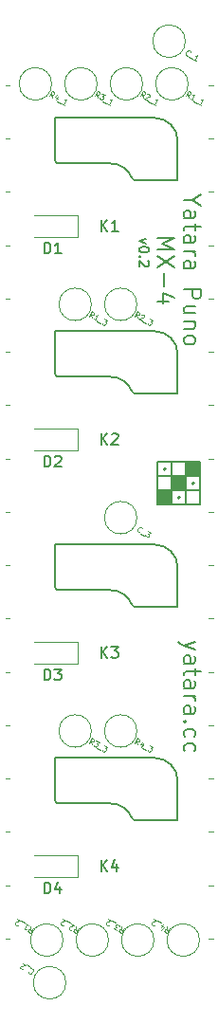
<source format=gto>
%TF.GenerationSoftware,KiCad,Pcbnew,5.0.0+dfsg1-2*%
%TF.CreationDate,2019-02-10T19:26:03+01:00*%
%TF.ProjectId,yatara-puno-mx-4,7961746172612D70756E6F2D6D782D34,0.2*%
%TF.SameCoordinates,Original*%
%TF.FileFunction,Legend,Top*%
%TF.FilePolarity,Positive*%
%FSLAX46Y46*%
G04 Gerber Fmt 4.6, Leading zero omitted, Abs format (unit mm)*
G04 Created by KiCad (PCBNEW 5.0.0+dfsg1-2) date Sun Feb 10 19:26:03 2019*
%MOMM*%
%LPD*%
G01*
G04 APERTURE LIST*
%ADD10C,0.100000*%
%ADD11C,0.200000*%
%ADD12C,0.150000*%
%ADD13C,0.120000*%
%ADD14C,0.125000*%
G04 APERTURE END LIST*
D10*
X83250000Y-33525000D02*
X82890000Y-33525000D01*
X83250000Y-38287500D02*
X82890000Y-38287500D01*
X83250000Y-43050000D02*
X82890000Y-43050000D01*
X83250000Y-47812500D02*
X82890000Y-47812500D01*
X83250000Y-52575000D02*
X82890000Y-52575000D01*
X83250000Y-57337500D02*
X82890000Y-57337500D01*
X83250000Y-62100000D02*
X82890000Y-62100000D01*
X83250000Y-66862500D02*
X82890000Y-66862500D01*
X83250000Y-71625000D02*
X82890000Y-71625000D01*
X83250000Y-76387500D02*
X82890000Y-76387500D01*
X83250000Y-81150000D02*
X82890000Y-81150000D01*
X83250000Y-85912500D02*
X82890000Y-85912500D01*
X83250000Y-90675000D02*
X82890000Y-90675000D01*
X83250000Y-95437500D02*
X82890000Y-95437500D01*
X83250000Y-100200000D02*
X82890000Y-100200000D01*
X83250000Y-104962500D02*
X82890000Y-104962500D01*
X83250000Y-109725000D02*
X82890000Y-109725000D01*
X64750000Y-33525000D02*
X65110000Y-33525000D01*
X64750000Y-38287500D02*
X65110000Y-38287500D01*
X64750000Y-43050000D02*
X65110000Y-43050000D01*
X64750000Y-47812500D02*
X65110000Y-47812500D01*
X64750000Y-52575000D02*
X65110000Y-52575000D01*
X64750000Y-57337500D02*
X65110000Y-57337500D01*
X64750000Y-62100000D02*
X65110000Y-62100000D01*
X64750000Y-66862500D02*
X65110000Y-66862500D01*
X64750000Y-71625000D02*
X65110000Y-71625000D01*
X64750000Y-76387500D02*
X65110000Y-76387500D01*
X64750000Y-81150000D02*
X65110000Y-81150000D01*
X64750000Y-85912500D02*
X65110000Y-85912500D01*
X64750000Y-90675000D02*
X65110000Y-90675000D01*
X64750000Y-95437500D02*
X65110000Y-95437500D01*
X64750000Y-100200000D02*
X65110000Y-100200000D01*
X64750000Y-104962500D02*
X65110000Y-104962500D01*
X64750000Y-109725000D02*
X65110000Y-109725000D01*
D11*
X78274428Y-47177857D02*
X79774428Y-47177857D01*
X78703000Y-47677857D01*
X79774428Y-48177857D01*
X78274428Y-48177857D01*
X79774428Y-48749285D02*
X78274428Y-49749285D01*
X79774428Y-49749285D02*
X78274428Y-48749285D01*
X78845857Y-50320714D02*
X78845857Y-51463571D01*
X79274428Y-52820714D02*
X78274428Y-52820714D01*
X79845857Y-52463571D02*
X78774428Y-52106428D01*
X78774428Y-53035000D01*
X81687428Y-83206428D02*
X80687428Y-83563571D01*
X81687428Y-83920714D02*
X80687428Y-83563571D01*
X80330285Y-83420714D01*
X80258857Y-83349285D01*
X80187428Y-83206428D01*
X80687428Y-85135000D02*
X81473142Y-85135000D01*
X81616000Y-85063571D01*
X81687428Y-84920714D01*
X81687428Y-84635000D01*
X81616000Y-84492142D01*
X80758857Y-85135000D02*
X80687428Y-84992142D01*
X80687428Y-84635000D01*
X80758857Y-84492142D01*
X80901714Y-84420714D01*
X81044571Y-84420714D01*
X81187428Y-84492142D01*
X81258857Y-84635000D01*
X81258857Y-84992142D01*
X81330285Y-85135000D01*
X81687428Y-85635000D02*
X81687428Y-86206428D01*
X82187428Y-85849285D02*
X80901714Y-85849285D01*
X80758857Y-85920714D01*
X80687428Y-86063571D01*
X80687428Y-86206428D01*
X80687428Y-87349285D02*
X81473142Y-87349285D01*
X81616000Y-87277857D01*
X81687428Y-87135000D01*
X81687428Y-86849285D01*
X81616000Y-86706428D01*
X80758857Y-87349285D02*
X80687428Y-87206428D01*
X80687428Y-86849285D01*
X80758857Y-86706428D01*
X80901714Y-86635000D01*
X81044571Y-86635000D01*
X81187428Y-86706428D01*
X81258857Y-86849285D01*
X81258857Y-87206428D01*
X81330285Y-87349285D01*
X80687428Y-88063571D02*
X81687428Y-88063571D01*
X81401714Y-88063571D02*
X81544571Y-88135000D01*
X81616000Y-88206428D01*
X81687428Y-88349285D01*
X81687428Y-88492142D01*
X80687428Y-89635000D02*
X81473142Y-89635000D01*
X81616000Y-89563571D01*
X81687428Y-89420714D01*
X81687428Y-89135000D01*
X81616000Y-88992142D01*
X80758857Y-89635000D02*
X80687428Y-89492142D01*
X80687428Y-89135000D01*
X80758857Y-88992142D01*
X80901714Y-88920714D01*
X81044571Y-88920714D01*
X81187428Y-88992142D01*
X81258857Y-89135000D01*
X81258857Y-89492142D01*
X81330285Y-89635000D01*
X80830285Y-90349285D02*
X80758857Y-90420714D01*
X80687428Y-90349285D01*
X80758857Y-90277857D01*
X80830285Y-90349285D01*
X80687428Y-90349285D01*
X80758857Y-91706428D02*
X80687428Y-91563571D01*
X80687428Y-91277857D01*
X80758857Y-91135000D01*
X80830285Y-91063571D01*
X80973142Y-90992142D01*
X81401714Y-90992142D01*
X81544571Y-91063571D01*
X81616000Y-91135000D01*
X81687428Y-91277857D01*
X81687428Y-91563571D01*
X81616000Y-91706428D01*
X80758857Y-92992142D02*
X80687428Y-92849285D01*
X80687428Y-92563571D01*
X80758857Y-92420714D01*
X80830285Y-92349285D01*
X80973142Y-92277857D01*
X81401714Y-92277857D01*
X81544571Y-92349285D01*
X81616000Y-92420714D01*
X81687428Y-92563571D01*
X81687428Y-92849285D01*
X81616000Y-92992142D01*
D12*
X77240857Y-47213071D02*
X76640857Y-47427357D01*
X77240857Y-47641642D01*
X77540857Y-48155928D02*
X77540857Y-48241642D01*
X77498000Y-48327357D01*
X77455142Y-48370214D01*
X77369428Y-48413071D01*
X77198000Y-48455928D01*
X76983714Y-48455928D01*
X76812285Y-48413071D01*
X76726571Y-48370214D01*
X76683714Y-48327357D01*
X76640857Y-48241642D01*
X76640857Y-48155928D01*
X76683714Y-48070214D01*
X76726571Y-48027357D01*
X76812285Y-47984500D01*
X76983714Y-47941642D01*
X77198000Y-47941642D01*
X77369428Y-47984500D01*
X77455142Y-48027357D01*
X77498000Y-48070214D01*
X77540857Y-48155928D01*
X76726571Y-48841642D02*
X76683714Y-48884500D01*
X76640857Y-48841642D01*
X76683714Y-48798785D01*
X76726571Y-48841642D01*
X76640857Y-48841642D01*
X77455142Y-49227357D02*
X77498000Y-49270214D01*
X77540857Y-49355928D01*
X77540857Y-49570214D01*
X77498000Y-49655928D01*
X77455142Y-49698785D01*
X77369428Y-49741642D01*
X77283714Y-49741642D01*
X77155142Y-49698785D01*
X76640857Y-49184500D01*
X76640857Y-49741642D01*
D11*
X81401714Y-43749285D02*
X80687428Y-43749285D01*
X82187428Y-43249285D02*
X81401714Y-43749285D01*
X82187428Y-44249285D01*
X80687428Y-45392142D02*
X81473142Y-45392142D01*
X81616000Y-45320714D01*
X81687428Y-45177857D01*
X81687428Y-44892142D01*
X81616000Y-44749285D01*
X80758857Y-45392142D02*
X80687428Y-45249285D01*
X80687428Y-44892142D01*
X80758857Y-44749285D01*
X80901714Y-44677857D01*
X81044571Y-44677857D01*
X81187428Y-44749285D01*
X81258857Y-44892142D01*
X81258857Y-45249285D01*
X81330285Y-45392142D01*
X81687428Y-45892142D02*
X81687428Y-46463571D01*
X82187428Y-46106428D02*
X80901714Y-46106428D01*
X80758857Y-46177857D01*
X80687428Y-46320714D01*
X80687428Y-46463571D01*
X80687428Y-47606428D02*
X81473142Y-47606428D01*
X81616000Y-47535000D01*
X81687428Y-47392142D01*
X81687428Y-47106428D01*
X81616000Y-46963571D01*
X80758857Y-47606428D02*
X80687428Y-47463571D01*
X80687428Y-47106428D01*
X80758857Y-46963571D01*
X80901714Y-46892142D01*
X81044571Y-46892142D01*
X81187428Y-46963571D01*
X81258857Y-47106428D01*
X81258857Y-47463571D01*
X81330285Y-47606428D01*
X80687428Y-48320714D02*
X81687428Y-48320714D01*
X81401714Y-48320714D02*
X81544571Y-48392142D01*
X81616000Y-48463571D01*
X81687428Y-48606428D01*
X81687428Y-48749285D01*
X80687428Y-49892142D02*
X81473142Y-49892142D01*
X81616000Y-49820714D01*
X81687428Y-49677857D01*
X81687428Y-49392142D01*
X81616000Y-49249285D01*
X80758857Y-49892142D02*
X80687428Y-49749285D01*
X80687428Y-49392142D01*
X80758857Y-49249285D01*
X80901714Y-49177857D01*
X81044571Y-49177857D01*
X81187428Y-49249285D01*
X81258857Y-49392142D01*
X81258857Y-49749285D01*
X81330285Y-49892142D01*
X80687428Y-51749285D02*
X82187428Y-51749285D01*
X82187428Y-52320714D01*
X82116000Y-52463571D01*
X82044571Y-52535000D01*
X81901714Y-52606428D01*
X81687428Y-52606428D01*
X81544571Y-52535000D01*
X81473142Y-52463571D01*
X81401714Y-52320714D01*
X81401714Y-51749285D01*
X81687428Y-53892142D02*
X80687428Y-53892142D01*
X81687428Y-53249285D02*
X80901714Y-53249285D01*
X80758857Y-53320714D01*
X80687428Y-53463571D01*
X80687428Y-53677857D01*
X80758857Y-53820714D01*
X80830285Y-53892142D01*
X81687428Y-54606428D02*
X80687428Y-54606428D01*
X81544571Y-54606428D02*
X81616000Y-54677857D01*
X81687428Y-54820714D01*
X81687428Y-55035000D01*
X81616000Y-55177857D01*
X81473142Y-55249285D01*
X80687428Y-55249285D01*
X80687428Y-56177857D02*
X80758857Y-56035000D01*
X80830285Y-55963571D01*
X80973142Y-55892142D01*
X81401714Y-55892142D01*
X81544571Y-55963571D01*
X81616000Y-56035000D01*
X81687428Y-56177857D01*
X81687428Y-56392142D01*
X81616000Y-56535000D01*
X81544571Y-56606428D01*
X81401714Y-56677857D01*
X80973142Y-56677857D01*
X80830285Y-56606428D01*
X80758857Y-56535000D01*
X80687428Y-56392142D01*
X80687428Y-56177857D01*
D13*
X71170000Y-47098000D02*
X67270000Y-47098000D01*
X71170000Y-45098000D02*
X67270000Y-45098000D01*
X71170000Y-47098000D02*
X71170000Y-45098000D01*
X71170000Y-66148000D02*
X67270000Y-66148000D01*
X71170000Y-64148000D02*
X67270000Y-64148000D01*
X71170000Y-66148000D02*
X71170000Y-64148000D01*
X71170000Y-85198000D02*
X67270000Y-85198000D01*
X71170000Y-83198000D02*
X67270000Y-83198000D01*
X71170000Y-85198000D02*
X71170000Y-83198000D01*
X71170000Y-104248000D02*
X67270000Y-104248000D01*
X71170000Y-102248000D02*
X67270000Y-102248000D01*
X71170000Y-104248000D02*
X71170000Y-102248000D01*
X72910000Y-33398000D02*
G75*
G03X72910000Y-33398000I-1450000J0D01*
G01*
X68846000Y-33398000D02*
G75*
G03X68846000Y-33398000I-1450000J0D01*
G01*
X81038000Y-33398000D02*
G75*
G03X81038000Y-33398000I-1450000J0D01*
G01*
X76974000Y-33398000D02*
G75*
G03X76974000Y-33398000I-1450000J0D01*
G01*
X76466000Y-91183000D02*
G75*
G03X76466000Y-91183000I-1450000J0D01*
G01*
D12*
X76048871Y-41871025D02*
G75*
G03X76286000Y-42034000I237129J91025D01*
G01*
X76024035Y-41813796D02*
G75*
G03X74127000Y-40510000I-1897035J-728204D01*
G01*
X69428000Y-40510000D02*
G75*
G02X69174000Y-40256000I0J254000D01*
G01*
X74127000Y-40510000D02*
X69428000Y-40510000D01*
X80096000Y-42034000D02*
X76286000Y-42034000D01*
X78064000Y-36446000D02*
G75*
G02X80096000Y-38478000I0J-2032000D01*
G01*
X80096000Y-42034000D02*
X80096000Y-38478000D01*
X69174000Y-36446000D02*
X69174000Y-40256000D01*
X78064000Y-36446000D02*
X69174000Y-36446000D01*
X78064000Y-93596000D02*
X69174000Y-93596000D01*
X69174000Y-93596000D02*
X69174000Y-97406000D01*
X80096000Y-99184000D02*
X80096000Y-95628000D01*
X78064000Y-93596000D02*
G75*
G02X80096000Y-95628000I0J-2032000D01*
G01*
X80096000Y-99184000D02*
X76286000Y-99184000D01*
X74127000Y-97660000D02*
X69428000Y-97660000D01*
X69428000Y-97660000D02*
G75*
G02X69174000Y-97406000I0J254000D01*
G01*
X76024035Y-98963796D02*
G75*
G03X74127000Y-97660000I-1897035J-728204D01*
G01*
X76048871Y-99021025D02*
G75*
G03X76286000Y-99184000I237129J91025D01*
G01*
X76048871Y-79971025D02*
G75*
G03X76286000Y-80134000I237129J91025D01*
G01*
X76024035Y-79913796D02*
G75*
G03X74127000Y-78610000I-1897035J-728204D01*
G01*
X69428000Y-78610000D02*
G75*
G02X69174000Y-78356000I0J254000D01*
G01*
X74127000Y-78610000D02*
X69428000Y-78610000D01*
X80096000Y-80134000D02*
X76286000Y-80134000D01*
X78064000Y-74546000D02*
G75*
G02X80096000Y-76578000I0J-2032000D01*
G01*
X80096000Y-80134000D02*
X80096000Y-76578000D01*
X69174000Y-74546000D02*
X69174000Y-78356000D01*
X78064000Y-74546000D02*
X69174000Y-74546000D01*
X78064000Y-55496000D02*
X69174000Y-55496000D01*
X69174000Y-55496000D02*
X69174000Y-59306000D01*
X80096000Y-61084000D02*
X80096000Y-57528000D01*
X78064000Y-55496000D02*
G75*
G02X80096000Y-57528000I0J-2032000D01*
G01*
X80096000Y-61084000D02*
X76286000Y-61084000D01*
X74127000Y-59560000D02*
X69428000Y-59560000D01*
X69428000Y-59560000D02*
G75*
G02X69174000Y-59306000I0J254000D01*
G01*
X76024035Y-60863796D02*
G75*
G03X74127000Y-59560000I-1897035J-728204D01*
G01*
X76048871Y-60921025D02*
G75*
G03X76286000Y-61084000I237129J91025D01*
G01*
D13*
X82052000Y-109852000D02*
G75*
G03X82052000Y-109852000I-1450000J0D01*
G01*
X77988000Y-109852000D02*
G75*
G03X77988000Y-109852000I-1450000J0D01*
G01*
X73926000Y-109852000D02*
G75*
G03X73926000Y-109852000I-1450000J0D01*
G01*
X69860000Y-109852000D02*
G75*
G03X69860000Y-109852000I-1450000J0D01*
G01*
X80784000Y-29588000D02*
G75*
G03X80784000Y-29588000I-1450000J0D01*
G01*
X70114000Y-113662000D02*
G75*
G03X70114000Y-113662000I-1450000J0D01*
G01*
X76466000Y-72133000D02*
G75*
G03X76466000Y-72133000I-1450000J0D01*
G01*
X72402000Y-53083000D02*
G75*
G03X72402000Y-53083000I-1450000J0D01*
G01*
X76466000Y-53083000D02*
G75*
G03X76466000Y-53083000I-1450000J0D01*
G01*
X72402000Y-91183000D02*
G75*
G03X72402000Y-91183000I-1450000J0D01*
G01*
D11*
X80323000Y-70355000D02*
G75*
G03X80323000Y-70355000I-100000J0D01*
G01*
X81593000Y-69085000D02*
G75*
G03X81593000Y-69085000I-100000J0D01*
G01*
X79053000Y-67815000D02*
G75*
G03X79053000Y-67815000I-100000J0D01*
G01*
D12*
X82128000Y-69720000D02*
X78318000Y-69720000D01*
X78318000Y-68450000D02*
X82128000Y-68450000D01*
X79588000Y-67180000D02*
X79588000Y-70990000D01*
X80858000Y-67180000D02*
X80858000Y-70990000D01*
X82128000Y-70990000D02*
X82128000Y-67180000D01*
X78318000Y-70990000D02*
X82128000Y-70990000D01*
X78318000Y-67180000D02*
X78318000Y-70990000D01*
X82128000Y-67180000D02*
X78318000Y-67180000D01*
G36*
X79588000Y-69720000D02*
X78318000Y-69720000D01*
X78318000Y-70990000D01*
X79588000Y-70990000D01*
X79588000Y-69720000D01*
G37*
X79588000Y-69720000D02*
X78318000Y-69720000D01*
X78318000Y-70990000D01*
X79588000Y-70990000D01*
X79588000Y-69720000D01*
G36*
X80858000Y-68450000D02*
X79588000Y-68450000D01*
X79588000Y-69720000D01*
X80858000Y-69720000D01*
X80858000Y-68450000D01*
G37*
X80858000Y-68450000D02*
X79588000Y-68450000D01*
X79588000Y-69720000D01*
X80858000Y-69720000D01*
X80858000Y-68450000D01*
G36*
X82128000Y-67180000D02*
X80858000Y-67180000D01*
X80858000Y-68450000D01*
X82128000Y-68450000D01*
X82128000Y-67180000D01*
G37*
X82128000Y-67180000D02*
X80858000Y-67180000D01*
X80858000Y-68450000D01*
X82128000Y-68450000D01*
X82128000Y-67180000D01*
X68181904Y-48550380D02*
X68181904Y-47550380D01*
X68420000Y-47550380D01*
X68562857Y-47598000D01*
X68658095Y-47693238D01*
X68705714Y-47788476D01*
X68753333Y-47978952D01*
X68753333Y-48121809D01*
X68705714Y-48312285D01*
X68658095Y-48407523D01*
X68562857Y-48502761D01*
X68420000Y-48550380D01*
X68181904Y-48550380D01*
X69705714Y-48550380D02*
X69134285Y-48550380D01*
X69420000Y-48550380D02*
X69420000Y-47550380D01*
X69324761Y-47693238D01*
X69229523Y-47788476D01*
X69134285Y-47836095D01*
X68181904Y-67600380D02*
X68181904Y-66600380D01*
X68420000Y-66600380D01*
X68562857Y-66648000D01*
X68658095Y-66743238D01*
X68705714Y-66838476D01*
X68753333Y-67028952D01*
X68753333Y-67171809D01*
X68705714Y-67362285D01*
X68658095Y-67457523D01*
X68562857Y-67552761D01*
X68420000Y-67600380D01*
X68181904Y-67600380D01*
X69134285Y-66695619D02*
X69181904Y-66648000D01*
X69277142Y-66600380D01*
X69515238Y-66600380D01*
X69610476Y-66648000D01*
X69658095Y-66695619D01*
X69705714Y-66790857D01*
X69705714Y-66886095D01*
X69658095Y-67028952D01*
X69086666Y-67600380D01*
X69705714Y-67600380D01*
X68181904Y-86650380D02*
X68181904Y-85650380D01*
X68420000Y-85650380D01*
X68562857Y-85698000D01*
X68658095Y-85793238D01*
X68705714Y-85888476D01*
X68753333Y-86078952D01*
X68753333Y-86221809D01*
X68705714Y-86412285D01*
X68658095Y-86507523D01*
X68562857Y-86602761D01*
X68420000Y-86650380D01*
X68181904Y-86650380D01*
X69086666Y-85650380D02*
X69705714Y-85650380D01*
X69372380Y-86031333D01*
X69515238Y-86031333D01*
X69610476Y-86078952D01*
X69658095Y-86126571D01*
X69705714Y-86221809D01*
X69705714Y-86459904D01*
X69658095Y-86555142D01*
X69610476Y-86602761D01*
X69515238Y-86650380D01*
X69229523Y-86650380D01*
X69134285Y-86602761D01*
X69086666Y-86555142D01*
X68181904Y-105700380D02*
X68181904Y-104700380D01*
X68420000Y-104700380D01*
X68562857Y-104748000D01*
X68658095Y-104843238D01*
X68705714Y-104938476D01*
X68753333Y-105128952D01*
X68753333Y-105271809D01*
X68705714Y-105462285D01*
X68658095Y-105557523D01*
X68562857Y-105652761D01*
X68420000Y-105700380D01*
X68181904Y-105700380D01*
X69610476Y-105033714D02*
X69610476Y-105700380D01*
X69372380Y-104652761D02*
X69134285Y-105367047D01*
X69753333Y-105367047D01*
D14*
X72935582Y-34607934D02*
X72910292Y-34318404D01*
X72688146Y-34465077D02*
X72938146Y-34032064D01*
X73103103Y-34127302D01*
X73132438Y-34171731D01*
X73141153Y-34204256D01*
X73137963Y-34257400D01*
X73102248Y-34319259D01*
X73057819Y-34348593D01*
X73025295Y-34357308D01*
X72972151Y-34354118D01*
X72807194Y-34258880D01*
X73329919Y-34258254D02*
X73597975Y-34413016D01*
X73358399Y-34494640D01*
X73420258Y-34530355D01*
X73449593Y-34574784D01*
X73458308Y-34607308D01*
X73455118Y-34660452D01*
X73395594Y-34763550D01*
X73351165Y-34792885D01*
X73318640Y-34801600D01*
X73265496Y-34798410D01*
X73141778Y-34726981D01*
X73112444Y-34682552D01*
X73103729Y-34650028D01*
X73406644Y-34934887D02*
X73736558Y-35125364D01*
X74090282Y-35274600D02*
X73842846Y-35131743D01*
X73966564Y-35203172D02*
X74216564Y-34770159D01*
X74139611Y-34808209D01*
X74074562Y-34825638D01*
X74021418Y-34822449D01*
X68871582Y-34607934D02*
X68846292Y-34318404D01*
X68624146Y-34465077D02*
X68874146Y-34032064D01*
X69039103Y-34127302D01*
X69068438Y-34171731D01*
X69077153Y-34204256D01*
X69073963Y-34257400D01*
X69038248Y-34319259D01*
X68993819Y-34348593D01*
X68961295Y-34357308D01*
X68908151Y-34354118D01*
X68743194Y-34258880D01*
X69409402Y-34533544D02*
X69242735Y-34822220D01*
X69401542Y-34309063D02*
X69119872Y-34558834D01*
X69387928Y-34713596D01*
X69342644Y-34934887D02*
X69672558Y-35125364D01*
X70026282Y-35274600D02*
X69778846Y-35131743D01*
X69902564Y-35203172D02*
X70152564Y-34770159D01*
X70075611Y-34808209D01*
X70010562Y-34825638D01*
X69957418Y-34822449D01*
X81063582Y-34607934D02*
X81038292Y-34318404D01*
X80816146Y-34465077D02*
X81066146Y-34032064D01*
X81231103Y-34127302D01*
X81260438Y-34171731D01*
X81269153Y-34204256D01*
X81265963Y-34257400D01*
X81230248Y-34319259D01*
X81185819Y-34348593D01*
X81153295Y-34357308D01*
X81100151Y-34354118D01*
X80935194Y-34258880D01*
X81475975Y-34846029D02*
X81228539Y-34703172D01*
X81352257Y-34774600D02*
X81602257Y-34341588D01*
X81525303Y-34379637D01*
X81460254Y-34397067D01*
X81407110Y-34393877D01*
X81534644Y-34934887D02*
X81864558Y-35125364D01*
X82218282Y-35274600D02*
X81970846Y-35131743D01*
X82094564Y-35203172D02*
X82344564Y-34770159D01*
X82267611Y-34808209D01*
X82202562Y-34825638D01*
X82149418Y-34822449D01*
X76999582Y-34607934D02*
X76974292Y-34318404D01*
X76752146Y-34465077D02*
X77002146Y-34032064D01*
X77167103Y-34127302D01*
X77196438Y-34171731D01*
X77205153Y-34204256D01*
X77201963Y-34257400D01*
X77166248Y-34319259D01*
X77121819Y-34348593D01*
X77089295Y-34357308D01*
X77036151Y-34354118D01*
X76871194Y-34258880D01*
X77390729Y-34311399D02*
X77423254Y-34302684D01*
X77476398Y-34305873D01*
X77579496Y-34365397D01*
X77608831Y-34409826D01*
X77617546Y-34442351D01*
X77614356Y-34495495D01*
X77590546Y-34536734D01*
X77534212Y-34586688D01*
X77143919Y-34691267D01*
X77411975Y-34846029D01*
X77470644Y-34934887D02*
X77800558Y-35125364D01*
X78154282Y-35274600D02*
X77906846Y-35131743D01*
X78030564Y-35203172D02*
X78280564Y-34770159D01*
X78203611Y-34808209D01*
X78138562Y-34825638D01*
X78085418Y-34822449D01*
X76491582Y-92392934D02*
X76466292Y-92103404D01*
X76244146Y-92250077D02*
X76494146Y-91817064D01*
X76659103Y-91912302D01*
X76688438Y-91956731D01*
X76697153Y-91989256D01*
X76693963Y-92042400D01*
X76658248Y-92104259D01*
X76613819Y-92133593D01*
X76581295Y-92142308D01*
X76528151Y-92139118D01*
X76363194Y-92043880D01*
X77029402Y-92318544D02*
X76862735Y-92607220D01*
X77021542Y-92094063D02*
X76739872Y-92343834D01*
X77007928Y-92498596D01*
X76962644Y-92719887D02*
X77292558Y-92910364D01*
X77628227Y-92471826D02*
X77896282Y-92626588D01*
X77656707Y-92708212D01*
X77718566Y-92743926D01*
X77747900Y-92788355D01*
X77756615Y-92820880D01*
X77753425Y-92874024D01*
X77693901Y-92977122D01*
X77649472Y-93006456D01*
X77616948Y-93015171D01*
X77563804Y-93011981D01*
X77440086Y-92940553D01*
X77410751Y-92896124D01*
X77402036Y-92863599D01*
D12*
X73261904Y-46552380D02*
X73261904Y-45552380D01*
X73833333Y-46552380D02*
X73404761Y-45980952D01*
X73833333Y-45552380D02*
X73261904Y-46123809D01*
X74785714Y-46552380D02*
X74214285Y-46552380D01*
X74500000Y-46552380D02*
X74500000Y-45552380D01*
X74404761Y-45695238D01*
X74309523Y-45790476D01*
X74214285Y-45838095D01*
X73261904Y-103702380D02*
X73261904Y-102702380D01*
X73833333Y-103702380D02*
X73404761Y-103130952D01*
X73833333Y-102702380D02*
X73261904Y-103273809D01*
X74690476Y-103035714D02*
X74690476Y-103702380D01*
X74452380Y-102654761D02*
X74214285Y-103369047D01*
X74833333Y-103369047D01*
X73261904Y-84652380D02*
X73261904Y-83652380D01*
X73833333Y-84652380D02*
X73404761Y-84080952D01*
X73833333Y-83652380D02*
X73261904Y-84223809D01*
X74166666Y-83652380D02*
X74785714Y-83652380D01*
X74452380Y-84033333D01*
X74595238Y-84033333D01*
X74690476Y-84080952D01*
X74738095Y-84128571D01*
X74785714Y-84223809D01*
X74785714Y-84461904D01*
X74738095Y-84557142D01*
X74690476Y-84604761D01*
X74595238Y-84652380D01*
X74309523Y-84652380D01*
X74214285Y-84604761D01*
X74166666Y-84557142D01*
X73261904Y-65602380D02*
X73261904Y-64602380D01*
X73833333Y-65602380D02*
X73404761Y-65030952D01*
X73833333Y-64602380D02*
X73261904Y-65173809D01*
X74214285Y-64697619D02*
X74261904Y-64650000D01*
X74357142Y-64602380D01*
X74595238Y-64602380D01*
X74690476Y-64650000D01*
X74738095Y-64697619D01*
X74785714Y-64792857D01*
X74785714Y-64888095D01*
X74738095Y-65030952D01*
X74166666Y-65602380D01*
X74785714Y-65602380D01*
D14*
X79126417Y-108642065D02*
X79151707Y-108931595D01*
X79373853Y-108784922D02*
X79123853Y-109217935D01*
X78958896Y-109122697D01*
X78929561Y-109078268D01*
X78920846Y-109045743D01*
X78924036Y-108992599D01*
X78959751Y-108930740D01*
X79004180Y-108901406D01*
X79036704Y-108892691D01*
X79089848Y-108895881D01*
X79254805Y-108991119D01*
X78588597Y-108716455D02*
X78755264Y-108427779D01*
X78596457Y-108940936D02*
X78878127Y-108691165D01*
X78610071Y-108536403D01*
X78655355Y-108315112D02*
X78325441Y-108124635D01*
X77992962Y-108510029D02*
X77960438Y-108518744D01*
X77907294Y-108515554D01*
X77804195Y-108456030D01*
X77774861Y-108411601D01*
X77766146Y-108379077D01*
X77769336Y-108325933D01*
X77793145Y-108284693D01*
X77849479Y-108234739D01*
X78239772Y-108130160D01*
X77971717Y-107975399D01*
X75062417Y-108642065D02*
X75087707Y-108931595D01*
X75309853Y-108784922D02*
X75059853Y-109217935D01*
X74894896Y-109122697D01*
X74865561Y-109078268D01*
X74856846Y-109045743D01*
X74860036Y-108992599D01*
X74895751Y-108930740D01*
X74940180Y-108901406D01*
X74972704Y-108892691D01*
X75025848Y-108895881D01*
X75190805Y-108991119D01*
X74668080Y-108991745D02*
X74400024Y-108836983D01*
X74639600Y-108755359D01*
X74577741Y-108719644D01*
X74548406Y-108675215D01*
X74539691Y-108642691D01*
X74542881Y-108589547D01*
X74602405Y-108486449D01*
X74646834Y-108457114D01*
X74679359Y-108448399D01*
X74732503Y-108451589D01*
X74856221Y-108523018D01*
X74885555Y-108567447D01*
X74894270Y-108599971D01*
X74591355Y-108315112D02*
X74261441Y-108124635D01*
X73928962Y-108510029D02*
X73896438Y-108518744D01*
X73843294Y-108515554D01*
X73740195Y-108456030D01*
X73710861Y-108411601D01*
X73702146Y-108379077D01*
X73705336Y-108325933D01*
X73729145Y-108284693D01*
X73785479Y-108234739D01*
X74175772Y-108130160D01*
X73907717Y-107975399D01*
X71000417Y-108642065D02*
X71025707Y-108931595D01*
X71247853Y-108784922D02*
X70997853Y-109217935D01*
X70832896Y-109122697D01*
X70803561Y-109078268D01*
X70794846Y-109045743D01*
X70798036Y-108992599D01*
X70833751Y-108930740D01*
X70878180Y-108901406D01*
X70910704Y-108892691D01*
X70963848Y-108895881D01*
X71128805Y-108991119D01*
X70609270Y-108938600D02*
X70576745Y-108947315D01*
X70523601Y-108944126D01*
X70420503Y-108884602D01*
X70391168Y-108840173D01*
X70382453Y-108807648D01*
X70385643Y-108754504D01*
X70409453Y-108713265D01*
X70465787Y-108663311D01*
X70856080Y-108558732D01*
X70588024Y-108403970D01*
X70529355Y-108315112D02*
X70199441Y-108124635D01*
X69866962Y-108510029D02*
X69834438Y-108518744D01*
X69781294Y-108515554D01*
X69678195Y-108456030D01*
X69648861Y-108411601D01*
X69640146Y-108379077D01*
X69643336Y-108325933D01*
X69667145Y-108284693D01*
X69723479Y-108234739D01*
X70113772Y-108130160D01*
X69845717Y-107975399D01*
X66934417Y-108642065D02*
X66959707Y-108931595D01*
X67181853Y-108784922D02*
X66931853Y-109217935D01*
X66766896Y-109122697D01*
X66737561Y-109078268D01*
X66728846Y-109045743D01*
X66732036Y-108992599D01*
X66767751Y-108930740D01*
X66812180Y-108901406D01*
X66844704Y-108892691D01*
X66897848Y-108895881D01*
X67062805Y-108991119D01*
X66522024Y-108403970D02*
X66769460Y-108546827D01*
X66645742Y-108475399D02*
X66395742Y-108908411D01*
X66472696Y-108870362D01*
X66537745Y-108852932D01*
X66590889Y-108856122D01*
X66463355Y-108315112D02*
X66133441Y-108124635D01*
X65800962Y-108510029D02*
X65768438Y-108518744D01*
X65715294Y-108515554D01*
X65612195Y-108456030D01*
X65582861Y-108411601D01*
X65574146Y-108379077D01*
X65577336Y-108325933D01*
X65601145Y-108284693D01*
X65657479Y-108234739D01*
X66047772Y-108130160D01*
X65779717Y-107975399D01*
X81039588Y-30875742D02*
X81007063Y-30884457D01*
X80933300Y-30869362D01*
X80892060Y-30845553D01*
X80842106Y-30789219D01*
X80824676Y-30724170D01*
X80827866Y-30671026D01*
X80854866Y-30576643D01*
X80890580Y-30514784D01*
X80958819Y-30444210D01*
X81003248Y-30414875D01*
X81068297Y-30397446D01*
X81142060Y-30412540D01*
X81183300Y-30436350D01*
X81233254Y-30492684D01*
X81241969Y-30525208D01*
X81074447Y-31005840D02*
X81404362Y-31196316D01*
X81758086Y-31345553D02*
X81510650Y-31202696D01*
X81634368Y-31274124D02*
X81884368Y-30841112D01*
X81807414Y-30879161D01*
X81742365Y-30896591D01*
X81689221Y-30893401D01*
X66958411Y-112374257D02*
X66990936Y-112365542D01*
X67064699Y-112380637D01*
X67105939Y-112404446D01*
X67155893Y-112460780D01*
X67173323Y-112525829D01*
X67170133Y-112578973D01*
X67143133Y-112673356D01*
X67107419Y-112735215D01*
X67039180Y-112805789D01*
X66994751Y-112835124D01*
X66929702Y-112852553D01*
X66855939Y-112837459D01*
X66814699Y-112813649D01*
X66764745Y-112757315D01*
X66756030Y-112724791D01*
X66923552Y-112244159D02*
X66593637Y-112053683D01*
X66261159Y-112439077D02*
X66228634Y-112447792D01*
X66175490Y-112444602D01*
X66072392Y-112385078D01*
X66043057Y-112340649D01*
X66034342Y-112308124D01*
X66037532Y-112254980D01*
X66061342Y-112213741D01*
X66117676Y-112163787D01*
X66507969Y-112059208D01*
X66239913Y-111904446D01*
X76721588Y-73420742D02*
X76689063Y-73429457D01*
X76615300Y-73414362D01*
X76574060Y-73390553D01*
X76524106Y-73334219D01*
X76506676Y-73269170D01*
X76509866Y-73216026D01*
X76536866Y-73121643D01*
X76572580Y-73059784D01*
X76640819Y-72989210D01*
X76685248Y-72959875D01*
X76750297Y-72942446D01*
X76824060Y-72957540D01*
X76865300Y-72981350D01*
X76915254Y-73037684D01*
X76923969Y-73070208D01*
X76756447Y-73550840D02*
X77086362Y-73741316D01*
X77422030Y-73302778D02*
X77690086Y-73457540D01*
X77450510Y-73539164D01*
X77512369Y-73574878D01*
X77541704Y-73619308D01*
X77550418Y-73651832D01*
X77547229Y-73704976D01*
X77487705Y-73808074D01*
X77443276Y-73837409D01*
X77410751Y-73846124D01*
X77357607Y-73842934D01*
X77233889Y-73771505D01*
X77204555Y-73727076D01*
X77195840Y-73694552D01*
X72427582Y-54292934D02*
X72402292Y-54003404D01*
X72180146Y-54150077D02*
X72430146Y-53717064D01*
X72595103Y-53812302D01*
X72624438Y-53856731D01*
X72633153Y-53889256D01*
X72629963Y-53942400D01*
X72594248Y-54004259D01*
X72549819Y-54033593D01*
X72517295Y-54042308D01*
X72464151Y-54039118D01*
X72299194Y-53943880D01*
X72839975Y-54531029D02*
X72592539Y-54388172D01*
X72716257Y-54459600D02*
X72966257Y-54026588D01*
X72889303Y-54064637D01*
X72824254Y-54082067D01*
X72771110Y-54078877D01*
X72898644Y-54619887D02*
X73228558Y-54810364D01*
X73564227Y-54371826D02*
X73832282Y-54526588D01*
X73592707Y-54608212D01*
X73654566Y-54643926D01*
X73683900Y-54688355D01*
X73692615Y-54720880D01*
X73689425Y-54774024D01*
X73629901Y-54877122D01*
X73585472Y-54906456D01*
X73552948Y-54915171D01*
X73499804Y-54911981D01*
X73376086Y-54840553D01*
X73346751Y-54796124D01*
X73338036Y-54763599D01*
X76491582Y-54292934D02*
X76466292Y-54003404D01*
X76244146Y-54150077D02*
X76494146Y-53717064D01*
X76659103Y-53812302D01*
X76688438Y-53856731D01*
X76697153Y-53889256D01*
X76693963Y-53942400D01*
X76658248Y-54004259D01*
X76613819Y-54033593D01*
X76581295Y-54042308D01*
X76528151Y-54039118D01*
X76363194Y-53943880D01*
X76882729Y-53996399D02*
X76915254Y-53987684D01*
X76968398Y-53990873D01*
X77071496Y-54050397D01*
X77100831Y-54094826D01*
X77109546Y-54127351D01*
X77106356Y-54180495D01*
X77082546Y-54221734D01*
X77026212Y-54271688D01*
X76635919Y-54376267D01*
X76903975Y-54531029D01*
X76962644Y-54619887D02*
X77292558Y-54810364D01*
X77628227Y-54371826D02*
X77896282Y-54526588D01*
X77656707Y-54608212D01*
X77718566Y-54643926D01*
X77747900Y-54688355D01*
X77756615Y-54720880D01*
X77753425Y-54774024D01*
X77693901Y-54877122D01*
X77649472Y-54906456D01*
X77616948Y-54915171D01*
X77563804Y-54911981D01*
X77440086Y-54840553D01*
X77410751Y-54796124D01*
X77402036Y-54763599D01*
X72427582Y-92392934D02*
X72402292Y-92103404D01*
X72180146Y-92250077D02*
X72430146Y-91817064D01*
X72595103Y-91912302D01*
X72624438Y-91956731D01*
X72633153Y-91989256D01*
X72629963Y-92042400D01*
X72594248Y-92104259D01*
X72549819Y-92133593D01*
X72517295Y-92142308D01*
X72464151Y-92139118D01*
X72299194Y-92043880D01*
X72821919Y-92043254D02*
X73089975Y-92198016D01*
X72850399Y-92279640D01*
X72912258Y-92315355D01*
X72941593Y-92359784D01*
X72950308Y-92392308D01*
X72947118Y-92445452D01*
X72887594Y-92548550D01*
X72843165Y-92577885D01*
X72810640Y-92586600D01*
X72757496Y-92583410D01*
X72633778Y-92511981D01*
X72604444Y-92467552D01*
X72595729Y-92435028D01*
X72898644Y-92719887D02*
X73228558Y-92910364D01*
X73564227Y-92471826D02*
X73832282Y-92626588D01*
X73592707Y-92708212D01*
X73654566Y-92743926D01*
X73683900Y-92788355D01*
X73692615Y-92820880D01*
X73689425Y-92874024D01*
X73629901Y-92977122D01*
X73585472Y-93006456D01*
X73552948Y-93015171D01*
X73499804Y-93011981D01*
X73376086Y-92940553D01*
X73346751Y-92896124D01*
X73338036Y-92863599D01*
D12*
M02*

</source>
